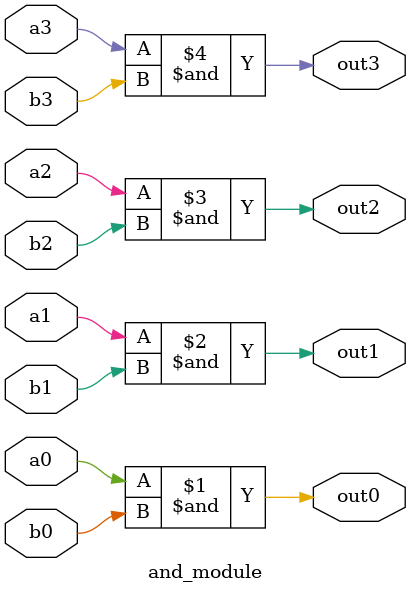
<source format=v>
module and_module(a0, a1, a2, a3, b0, b1, b2, b3, out0, out1, out2, out3);
    input a0, a1, a2, a3, b0, b1, b2, b3;
    output out0, out1, out2, out3;

    and(out0, a0, b0);
    and(out1, a1, b1);
    and(out2, a2, b2);
    and(out3, a3, b3);

endmodule
</source>
